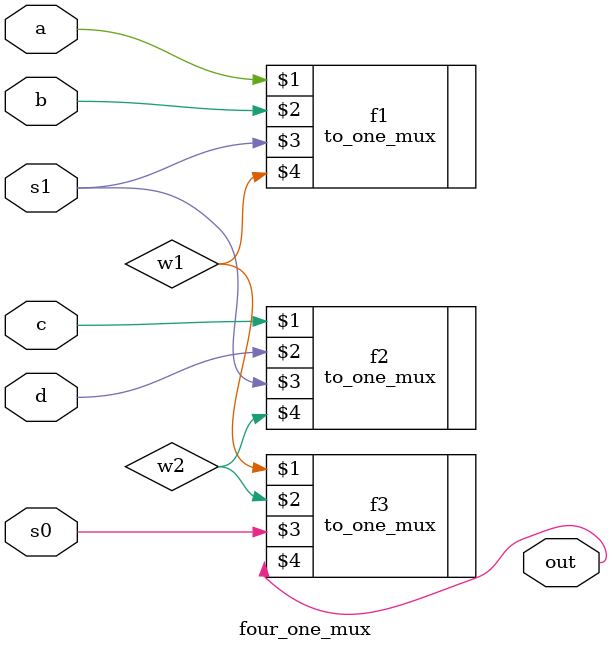
<source format=v>




module four_one_mux (a,b,c,d,s0,s1,out);

	input a,b,c,d,s0,s1;
	output out;
	wire w1,w2;
	to_one_mux f1(a,b,s1,w1);
	to_one_mux f2(c,d,s1,w2);
	to_one_mux f3(w1,w2,s0,out);
	
endmodule 
</source>
